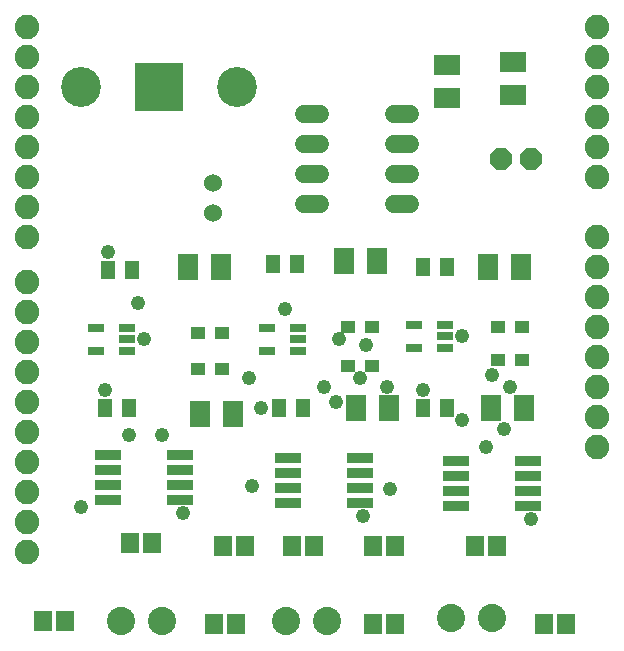
<source format=gts>
G75*
%MOIN*%
%OFA0B0*%
%FSLAX24Y24*%
%IPPOS*%
%LPD*%
%AMOC8*
5,1,8,0,0,1.08239X$1,22.5*
%
%ADD10OC8,0.0740*%
%ADD11C,0.0600*%
%ADD12C,0.0820*%
%ADD13C,0.0600*%
%ADD14R,0.0867X0.0710*%
%ADD15R,0.1640X0.1640*%
%ADD16C,0.1330*%
%ADD17R,0.0552X0.0297*%
%ADD18R,0.0880X0.0340*%
%ADD19C,0.0940*%
%ADD20R,0.0592X0.0671*%
%ADD21R,0.0710X0.0867*%
%ADD22R,0.0474X0.0395*%
%ADD23R,0.0513X0.0631*%
%ADD24C,0.0480*%
D10*
X017680Y023352D03*
X018680Y023352D03*
D11*
X014640Y022852D02*
X014120Y022852D01*
X014120Y021852D02*
X014640Y021852D01*
X014640Y023852D02*
X014120Y023852D01*
X014120Y024852D02*
X014640Y024852D01*
X011640Y024852D02*
X011120Y024852D01*
X011120Y023852D02*
X011640Y023852D01*
X011640Y022852D02*
X011120Y022852D01*
X011120Y021852D02*
X011640Y021852D01*
D12*
X020880Y022752D03*
X020880Y023752D03*
X020880Y024752D03*
X020880Y025752D03*
X020880Y026752D03*
X020880Y027752D03*
X020880Y020752D03*
X020880Y019752D03*
X020880Y018752D03*
X020880Y017752D03*
X020880Y016752D03*
X020880Y015752D03*
X020880Y014752D03*
X020880Y013752D03*
X001880Y013252D03*
X001880Y012252D03*
X001880Y011252D03*
X001880Y010252D03*
X001880Y014252D03*
X001880Y015252D03*
X001880Y016252D03*
X001880Y017252D03*
X001880Y018252D03*
X001880Y019252D03*
X001880Y020752D03*
X001880Y021752D03*
X001880Y022752D03*
X001880Y023752D03*
X001880Y024752D03*
X001880Y025752D03*
X001880Y026752D03*
X001880Y027752D03*
D13*
X008080Y022552D03*
X008080Y021552D03*
D14*
X015880Y025401D03*
X015880Y026504D03*
X018080Y026604D03*
X018080Y025501D03*
D15*
X006280Y025752D03*
D16*
X003680Y025752D03*
X008880Y025752D03*
D17*
X009868Y017726D03*
X009868Y016978D03*
X010892Y016978D03*
X010892Y017352D03*
X010892Y017726D03*
X014768Y017826D03*
X014768Y017078D03*
X015792Y017078D03*
X015792Y017452D03*
X015792Y017826D03*
X005192Y017726D03*
X005192Y017352D03*
X005192Y016978D03*
X004168Y016978D03*
X004168Y017726D03*
D18*
X004570Y013502D03*
X004570Y013002D03*
X004570Y012502D03*
X004570Y012002D03*
X006990Y012002D03*
X006990Y012502D03*
X006990Y013002D03*
X006990Y013502D03*
X010570Y013402D03*
X010570Y012902D03*
X010570Y012402D03*
X010570Y011902D03*
X012990Y011902D03*
X012990Y012402D03*
X012990Y012902D03*
X012990Y013402D03*
X016170Y013302D03*
X016170Y012802D03*
X016170Y012302D03*
X016170Y011802D03*
X018590Y011802D03*
X018590Y012302D03*
X018590Y012802D03*
X018590Y013302D03*
D19*
X017389Y008052D03*
X016011Y008052D03*
X011889Y007952D03*
X010511Y007952D03*
X006389Y007952D03*
X005011Y007952D03*
D20*
X002406Y007952D03*
X003154Y007952D03*
X005306Y010552D03*
X006054Y010552D03*
X008106Y007852D03*
X008854Y007852D03*
X009154Y010452D03*
X008406Y010452D03*
X010706Y010452D03*
X011454Y010452D03*
X013406Y010452D03*
X014154Y010452D03*
X014154Y007852D03*
X013406Y007852D03*
X016806Y010452D03*
X017554Y010452D03*
X019106Y007852D03*
X019854Y007852D03*
D21*
X018431Y015052D03*
X017329Y015052D03*
X013931Y015052D03*
X012829Y015052D03*
X012429Y019952D03*
X013531Y019952D03*
X017229Y019752D03*
X018331Y019752D03*
X008731Y014852D03*
X007629Y014852D03*
X007229Y019752D03*
X008331Y019752D03*
D22*
X008374Y017552D03*
X007586Y017552D03*
X007586Y016352D03*
X008374Y016352D03*
X012586Y016452D03*
X013374Y016452D03*
X013374Y017752D03*
X012586Y017752D03*
X017586Y017752D03*
X018374Y017752D03*
X018374Y016652D03*
X017586Y016652D03*
D23*
X015874Y015052D03*
X015086Y015052D03*
X015086Y019752D03*
X015874Y019752D03*
X011074Y015052D03*
X010286Y015052D03*
X010086Y019852D03*
X010874Y019852D03*
X005374Y019652D03*
X004586Y019652D03*
X004486Y015052D03*
X005274Y015052D03*
D24*
X005280Y014152D03*
X006380Y014152D03*
X004480Y015652D03*
X005780Y017352D03*
X005580Y018552D03*
X004580Y020252D03*
X009280Y016052D03*
X009680Y015052D03*
X009380Y012452D03*
X007080Y011552D03*
X003680Y011752D03*
X010480Y018352D03*
X012280Y017352D03*
X013180Y017152D03*
X012980Y016052D03*
X013880Y015752D03*
X015080Y015652D03*
X016380Y014652D03*
X017180Y013752D03*
X017780Y014352D03*
X017980Y015752D03*
X017380Y016152D03*
X016380Y017452D03*
X013980Y012352D03*
X013080Y011452D03*
X012180Y015252D03*
X011780Y015752D03*
X018680Y011352D03*
M02*

</source>
